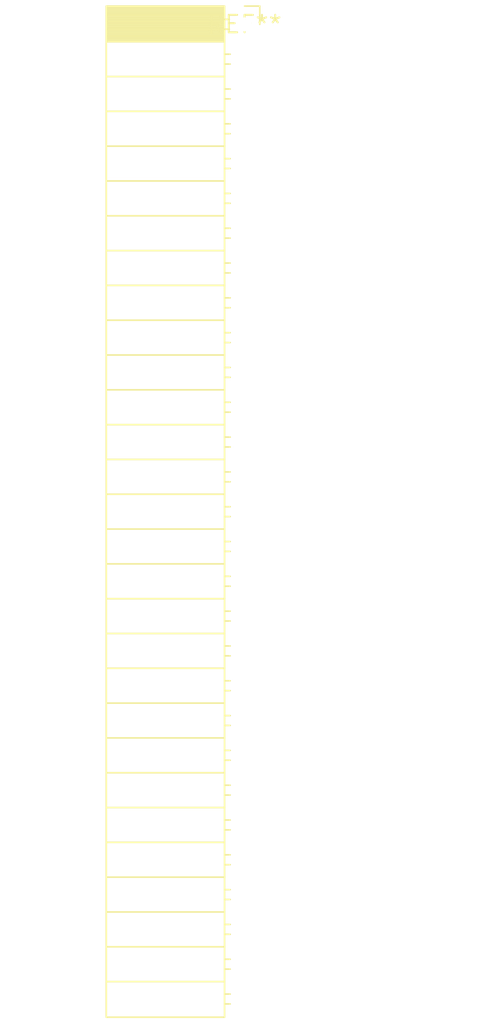
<source format=kicad_pcb>
(kicad_pcb (version 20240108) (generator pcbnew)
  (layers (0 "F.Cu" signal) (31 "B.Cu" signal) (34 "B.Paste" user) (35 "F.Paste" user) (36 "B.SilkS" user "B.Silkscreen") (37 "F.SilkS" user "F.Silkscreen") (38 "B.Mask" user) (39 "F.Mask" user) (44 "Edge.Cuts" user))
  (net 0 "")
  (footprint "PinSocket_1x29_P2.54mm_Horizontal" (layer "F.Cu") (at 0 0)
    (property "Reference" "REF**")
    (property "Value" "PinSocket_1x29_P2.54mm_Horizontal")
    (fp_line (start -10.09 -1.33) (end -10.09 72.45) (layer "F.SilkS") (stroke (width 0.12)))
    (fp_line (start -10.09 -1.33) (end -1.46 -1.33) (layer "F.SilkS") (stroke (width 0.12)))
    (fp_line (start -10.09 -1.21) (end -1.46 -1.21) (layer "F.SilkS") (stroke (width 0.12)))
    (fp_line (start -10.09 -1.091905) (end -1.46 -1.091905) (layer "F.SilkS") (stroke (width 0.12)))
    (fp_line (start -10.09 -0.97381) (end -1.46 -0.97381) (layer "F.SilkS") (stroke (width 0.12)))
    (fp_line (start -10.09 -0.855715) (end -1.46 -0.855715) (layer "F.SilkS") (stroke (width 0.12)))
    (fp_line (start -10.09 -0.73762) (end -1.46 -0.73762) (layer "F.SilkS") (stroke (width 0.12)))
    (fp_line (start -10.09 -0.619525) (end -1.46 -0.619525) (layer "F.SilkS") (stroke (width 0.12)))
    (fp_line (start -10.09 -0.50143) (end -1.46 -0.50143) (layer "F.SilkS") (stroke (width 0.12)))
    (fp_line (start -10.09 -0.383335) (end -1.46 -0.383335) (layer "F.SilkS") (stroke (width 0.12)))
    (fp_line (start -10.09 -0.26524) (end -1.46 -0.26524) (layer "F.SilkS") (stroke (width 0.12)))
    (fp_line (start -10.09 -0.147145) (end -1.46 -0.147145) (layer "F.SilkS") (stroke (width 0.12)))
    (fp_line (start -10.09 -0.02905) (end -1.46 -0.02905) (layer "F.SilkS") (stroke (width 0.12)))
    (fp_line (start -10.09 0.089045) (end -1.46 0.089045) (layer "F.SilkS") (stroke (width 0.12)))
    (fp_line (start -10.09 0.20714) (end -1.46 0.20714) (layer "F.SilkS") (stroke (width 0.12)))
    (fp_line (start -10.09 0.325235) (end -1.46 0.325235) (layer "F.SilkS") (stroke (width 0.12)))
    (fp_line (start -10.09 0.44333) (end -1.46 0.44333) (layer "F.SilkS") (stroke (width 0.12)))
    (fp_line (start -10.09 0.561425) (end -1.46 0.561425) (layer "F.SilkS") (stroke (width 0.12)))
    (fp_line (start -10.09 0.67952) (end -1.46 0.67952) (layer "F.SilkS") (stroke (width 0.12)))
    (fp_line (start -10.09 0.797615) (end -1.46 0.797615) (layer "F.SilkS") (stroke (width 0.12)))
    (fp_line (start -10.09 0.91571) (end -1.46 0.91571) (layer "F.SilkS") (stroke (width 0.12)))
    (fp_line (start -10.09 1.033805) (end -1.46 1.033805) (layer "F.SilkS") (stroke (width 0.12)))
    (fp_line (start -10.09 1.1519) (end -1.46 1.1519) (layer "F.SilkS") (stroke (width 0.12)))
    (fp_line (start -10.09 1.27) (end -1.46 1.27) (layer "F.SilkS") (stroke (width 0.12)))
    (fp_line (start -10.09 3.81) (end -1.46 3.81) (layer "F.SilkS") (stroke (width 0.12)))
    (fp_line (start -10.09 6.35) (end -1.46 6.35) (layer "F.SilkS") (stroke (width 0.12)))
    (fp_line (start -10.09 8.89) (end -1.46 8.89) (layer "F.SilkS") (stroke (width 0.12)))
    (fp_line (start -10.09 11.43) (end -1.46 11.43) (layer "F.SilkS") (stroke (width 0.12)))
    (fp_line (start -10.09 13.97) (end -1.46 13.97) (layer "F.SilkS") (stroke (width 0.12)))
    (fp_line (start -10.09 16.51) (end -1.46 16.51) (layer "F.SilkS") (stroke (width 0.12)))
    (fp_line (start -10.09 19.05) (end -1.46 19.05) (layer "F.SilkS") (stroke (width 0.12)))
    (fp_line (start -10.09 21.59) (end -1.46 21.59) (layer "F.SilkS") (stroke (width 0.12)))
    (fp_line (start -10.09 24.13) (end -1.46 24.13) (layer "F.SilkS") (stroke (width 0.12)))
    (fp_line (start -10.09 26.67) (end -1.46 26.67) (layer "F.SilkS") (stroke (width 0.12)))
    (fp_line (start -10.09 29.21) (end -1.46 29.21) (layer "F.SilkS") (stroke (width 0.12)))
    (fp_line (start -10.09 31.75) (end -1.46 31.75) (layer "F.SilkS") (stroke (width 0.12)))
    (fp_line (start -10.09 34.29) (end -1.46 34.29) (layer "F.SilkS") (stroke (width 0.12)))
    (fp_line (start -10.09 36.83) (end -1.46 36.83) (layer "F.SilkS") (stroke (width 0.12)))
    (fp_line (start -10.09 39.37) (end -1.46 39.37) (layer "F.SilkS") (stroke (width 0.12)))
    (fp_line (start -10.09 41.91) (end -1.46 41.91) (layer "F.SilkS") (stroke (width 0.12)))
    (fp_line (start -10.09 44.45) (end -1.46 44.45) (layer "F.SilkS") (stroke (width 0.12)))
    (fp_line (start -10.09 46.99) (end -1.46 46.99) (layer "F.SilkS") (stroke (width 0.12)))
    (fp_line (start -10.09 49.53) (end -1.46 49.53) (layer "F.SilkS") (stroke (width 0.12)))
    (fp_line (start -10.09 52.07) (end -1.46 52.07) (layer "F.SilkS") (stroke (width 0.12)))
    (fp_line (start -10.09 54.61) (end -1.46 54.61) (layer "F.SilkS") (stroke (width 0.12)))
    (fp_line (start -10.09 57.15) (end -1.46 57.15) (layer "F.SilkS") (stroke (width 0.12)))
    (fp_line (start -10.09 59.69) (end -1.46 59.69) (layer "F.SilkS") (stroke (width 0.12)))
    (fp_line (start -10.09 62.23) (end -1.46 62.23) (layer "F.SilkS") (stroke (width 0.12)))
    (fp_line (start -10.09 64.77) (end -1.46 64.77) (layer "F.SilkS") (stroke (width 0.12)))
    (fp_line (start -10.09 67.31) (end -1.46 67.31) (layer "F.SilkS") (stroke (width 0.12)))
    (fp_line (start -10.09 69.85) (end -1.46 69.85) (layer "F.SilkS") (stroke (width 0.12)))
    (fp_line (start -10.09 72.45) (end -1.46 72.45) (layer "F.SilkS") (stroke (width 0.12)))
    (fp_line (start -1.46 -1.33) (end -1.46 72.45) (layer "F.SilkS") (stroke (width 0.12)))
    (fp_line (start -1.46 -0.36) (end -1.11 -0.36) (layer "F.SilkS") (stroke (width 0.12)))
    (fp_line (start -1.46 0.36) (end -1.11 0.36) (layer "F.SilkS") (stroke (width 0.12)))
    (fp_line (start -1.46 2.18) (end -1.05 2.18) (layer "F.SilkS") (stroke (width 0.12)))
    (fp_line (start -1.46 2.9) (end -1.05 2.9) (layer "F.SilkS") (stroke (width 0.12)))
    (fp_line (start -1.46 4.72) (end -1.05 4.72) (layer "F.SilkS") (stroke (width 0.12)))
    (fp_line (start -1.46 5.44) (end -1.05 5.44) (layer "F.SilkS") (stroke (width 0.12)))
    (fp_line (start -1.46 7.26) (end -1.05 7.26) (layer "F.SilkS") (stroke (width 0.12)))
    (fp_line (start -1.46 7.98) (end -1.05 7.98) (layer "F.SilkS") (stroke (width 0.12)))
    (fp_line (start -1.46 9.8) (end -1.05 9.8) (layer "F.SilkS") (stroke (width 0.12)))
    (fp_line (start -1.46 10.52) (end -1.05 10.52) (layer "F.SilkS") (stroke (width 0.12)))
    (fp_line (start -1.46 12.34) (end -1.05 12.34) (layer "F.SilkS") (stroke (width 0.12)))
    (fp_line (start -1.46 13.06) (end -1.05 13.06) (layer "F.SilkS") (stroke (width 0.12)))
    (fp_line (start -1.46 14.88) (end -1.05 14.88) (layer "F.SilkS") (stroke (width 0.12)))
    (fp_line (start -1.46 15.6) (end -1.05 15.6) (layer "F.SilkS") (stroke (width 0.12)))
    (fp_line (start -1.46 17.42) (end -1.05 17.42) (layer "F.SilkS") (stroke (width 0.12)))
    (fp_line (start -1.46 18.14) (end -1.05 18.14) (layer "F.SilkS") (stroke (width 0.12)))
    (fp_line (start -1.46 19.96) (end -1.05 19.96) (layer "F.SilkS") (stroke (width 0.12)))
    (fp_line (start -1.46 20.68) (end -1.05 20.68) (layer "F.SilkS") (stroke (width 0.12)))
    (fp_line (start -1.46 22.5) (end -1.05 22.5) (layer "F.SilkS") (stroke (width 0.12)))
    (fp_line (start -1.46 23.22) (end -1.05 23.22) (layer "F.SilkS") (stroke (width 0.12)))
    (fp_line (start -1.46 25.04) (end -1.05 25.04) (layer "F.SilkS") (stroke (width 0.12)))
    (fp_line (start -1.46 25.76) (end -1.05 25.76) (layer "F.SilkS") (stroke (width 0.12)))
    (fp_line (start -1.46 27.58) (end -1.05 27.58) (layer "F.SilkS") (stroke (width 0.12)))
    (fp_line (start -1.46 28.3) (end -1.05 28.3) (layer "F.SilkS") (stroke (width 0.12)))
    (fp_line (start -1.46 30.12) (end -1.05 30.12) (layer "F.SilkS") (stroke (width 0.12)))
    (fp_line (start -1.46 30.84) (end -1.05 30.84) (layer "F.SilkS") (stroke (width 0.12)))
    (fp_line (start -1.46 32.66) (end -1.05 32.66) (layer "F.SilkS") (stroke (width 0.12)))
    (fp_line (start -1.46 33.38) (end -1.05 33.38) (layer "F.SilkS") (stroke (width 0.12)))
    (fp_line (start -1.46 35.2) (end -1.05 35.2) (layer "F.SilkS") (stroke (width 0.12)))
    (fp_line (start -1.46 35.92) (end -1.05 35.92) (layer "F.SilkS") (stroke (width 0.12)))
    (fp_line (start -1.46 37.74) (end -1.05 37.74) (layer "F.SilkS") (stroke (width 0.12)))
    (fp_line (start -1.46 38.46) (end -1.05 38.46) (layer "F.SilkS") (stroke (width 0.12)))
    (fp_line (start -1.46 40.28) (end -1.05 40.28) (layer "F.SilkS") (stroke (width 0.12)))
    (fp_line (start -1.46 41) (end -1.05 41) (layer "F.SilkS") (stroke (width 0.12)))
    (fp_line (start -1.46 42.82) (end -1.05 42.82) (layer "F.SilkS") (stroke (width 0.12)))
    (fp_line (start -1.46 43.54) (end -1.05 43.54) (layer "F.SilkS") (stroke (width 0.12)))
    (fp_line (start -1.46 45.36) (end -1.05 45.36) (layer "F.SilkS") (stroke (width 0.12)))
    (fp_line (start -1.46 46.08) (end -1.05 46.08) (layer "F.SilkS") (stroke (width 0.12)))
    (fp_line (start -1.46 47.9) (end -1.05 47.9) (layer "F.SilkS") (stroke (width 0.12)))
    (fp_line (start -1.46 48.62) (end -1.05 48.62) (layer "F.SilkS") (stroke (width 0.12)))
    (fp_line (start -1.46 50.44) (end -1.05 50.44) (layer "F.SilkS") (stroke (width 0.12)))
    (fp_line (start -1.46 51.16) (end -1.05 51.16) (layer "F.SilkS") (stroke (width 0.12)))
    (fp_line (start -1.46 52.98) (end -1.05 52.98) (layer "F.SilkS") (stroke (width 0.12)))
    (fp_line (start -1.46 53.7) (end -1.05 53.7) (layer "F.SilkS") (stroke (width 0.12)))
    (fp_line (start -1.46 55.52) (end -1.05 55.52) (layer "F.SilkS") (stroke (width 0.12)))
    (fp_line (start -1.46 56.24) (end -1.05 56.24) (layer "F.SilkS") (stroke (width 0.12)))
    (fp_line (start -1.46 58.06) (end -1.05 58.06) (layer "F.SilkS") (stroke (width 0.12)))
    (fp_line (start -1.46 58.78) (end -1.05 58.78) (layer "F.SilkS") (stroke (width 0.12)))
    (fp_line (start -1.46 60.6) (end -1.05 60.6) (layer "F.SilkS") (stroke (width 0.12)))
    (fp_line (start -1.46 61.32) (end -1.05 61.32) (layer "F.SilkS") (stroke (width 0.12)))
    (fp_line (start -1.46 63.14) (end -1.05 63.14) (layer "F.SilkS") (stroke (width 0.12)))
    (fp_line (start -1.46 63.86) (end -1.05 63.86) (layer "F.SilkS") (stroke (width 0.12)))
    (fp_line (start -1.46 65.68) (end -1.05 65.68) (layer "F.SilkS") (stroke (width 0.12)))
    (fp_line (start -1.46 66.4) (end -1.05 66.4) (layer "F.SilkS") (stroke (width 0.12)))
    (fp_line (start -1.46 68.22) (end -1.05 68.22) (layer "F.SilkS") (stroke (width 0.12)))
    (fp_line (start -1.46 68.94) (end -1.05 68.94) (layer "F.SilkS") (stroke (width 0.12)))
    (fp_line (start -1.46 70.76) (end -1.05 70.76) (layer "F.SilkS") (stroke (width 0.12)))
    (fp_line (start -1.46 71.48) (end -1.05 71.48) (layer "F.SilkS") (stroke (width 0.12)))
    (fp_line (start 0 -1.33) (end 1.11 -1.33) (layer "F.SilkS") (stroke (width 0.12)))
    (fp_line (start 1.11 -1.33) (end 1.11 0) (layer "F.SilkS") (stroke (width 0.12)))
    (pad "1" thru_hole rect (at 0 0) (size 1.7 1.7) (drill 1) (layers *.Cu *.Mask) (remove_unused_layers))
    (pad "2" thru_hole oval (at 0 2.54) (size 1.7 1.7) (drill 1) (layers *.Cu *.Mask) (remove_unused_layers))
    (pad "3" thru_hole oval (at 0 5.08) (size 1.7 1.7) (drill 1) (layers *.Cu *.Mask) (remove_unused_layers))
    (pad "4" thru_hole oval (at 0 7.62) (size 1.7 1.7) (drill 1) (layers *.Cu *.Mask) (remove_unused_layers))
    (pad "5" thru_hole oval (at 0 10.16) (size 1.7 1.7) (drill 1) (layers *.Cu *.Mask) (remove_unused_layers))
    (pad "6" thru_hole oval (at 0 12.7) (size 1.7 1.7) (drill 1) (layers *.Cu *.Mask) (remove_unused_layers))
    (pad "7" thru_hole oval (at 0 15.24) (size 1.7 1.7) (drill 1) (layers *.Cu *.Mask) (remove_unused_layers))
    (pad "8" thru_hole oval (at 0 17.78) (size 1.7 1.7) (drill 1) (layers *.Cu *.Mask) (remove_unused_layers))
    (pad "9" thru_hole oval (at 0 20.32) (size 1.7 1.7) (drill 1) (layers *.Cu *.Mask) (remove_unused_layers))
    (pad "10" thru_hole oval (at 0 22.86) (size 1.7 1.7) (drill 1) (layers *.Cu *.Mask) (remove_unused_layers))
    (pad "11" thru_hole oval (at 0 25.4) (size 1.7 1.7) (drill 1) (layers *.Cu *.Mask) (remove_unused_layers))
    (pad "12" thru_hole oval (at 0 27.94) (size 1.7 1.7) (drill 1) (layers *.Cu *.Mask) (remove_unused_layers))
    (pad "13" thru_hole oval (at 0 30.48) (size 1.7 1.7) (drill 1) (layers *.Cu *.Mask) (remove_unused_layers))
    (pad "14" thru_hole oval (at 0 33.02) (size 1.7 1.7) (drill 1) (layers *.Cu *.Mask) (remove_unused_layers))
    (pad "15" thru_hole oval (at 0 35.56) (size 1.7 1.7) (drill 1) (layers *.Cu *.Mask) (remove_unused_layers))
    (pad "16" thru_hole oval (at 0 38.1) (size 1.7 1.7) (drill 1) (layers *.Cu *.Mask) (remove_unused_layers))
    (pad "17" thru_hole oval (at 0 40.64) (size 1.7 1.7) (drill 1) (layers *.Cu *.Mask) (remove_unused_layers))
    (pad "18" thru_hole oval (at 0 43.18) (size 1.7 1.7) (drill 1) (layers *.Cu *.Mask) (remove_unused_layers))
    (pad "19" thru_hole oval (at 0 45.72) (size 1.7 1.7) (drill 1) (layers *.Cu *.Mask) (remove_unused_layers))
    (pad "20" thru_hole oval (at 0 48.26) (size 1.7 1.7) (drill 1) (layers *.Cu *.Mask) (remove_unused_layers))
    (pad "21" thru_hole oval (at 0 50.8) (size 1.7 1.7) (drill 1) (layers *.Cu *.Mask) (remove_unused_layers))
    (pad "22" thru_hole oval (at 0 53.34) (size 1.7 1.7) (drill 1) (layers *.Cu *.Mask) (remove_unused_layers))
    (pad "23" thru_hole oval (at 0 55.88) (size 1.7 1.7) (drill 1) (layers *.Cu *.Mask) (remove_unused_layers))
    (pad "24" thru_hole oval (at 0 58.42) (size 1.7 1.7) (drill 1) (layers *.Cu *.Mask) (remove_unused_layers))
    (pad "25" thru_hole oval (at 0 60.96) (size 1.7 1.7) (drill 1) (layers *.Cu *.Mask) (remove_unused_layers))
    (pad "26" thru_hole oval (at 0 63.5) (size 1.7 1.7) (drill 1) (layers *.Cu *.Mask) (remove_unused_layers))
    (pad "27" thru_hole oval (at 0 66.04) (size 1.7 1.7) (drill 1) (layers *.Cu *.Mask) (remove_unused_layers))
    (pad "28" thru_hole oval (at 0 68.58) (size 1.7 1.7) (drill 1) (layers *.Cu *.Mask) (remove_unused_layers))
    (pad "29" thru_hole oval (at 0 71.12) (size 1.7 1.7) (drill 1) (layers *.Cu *.Mask) (remove_unused_layers))
  )
)
</source>
